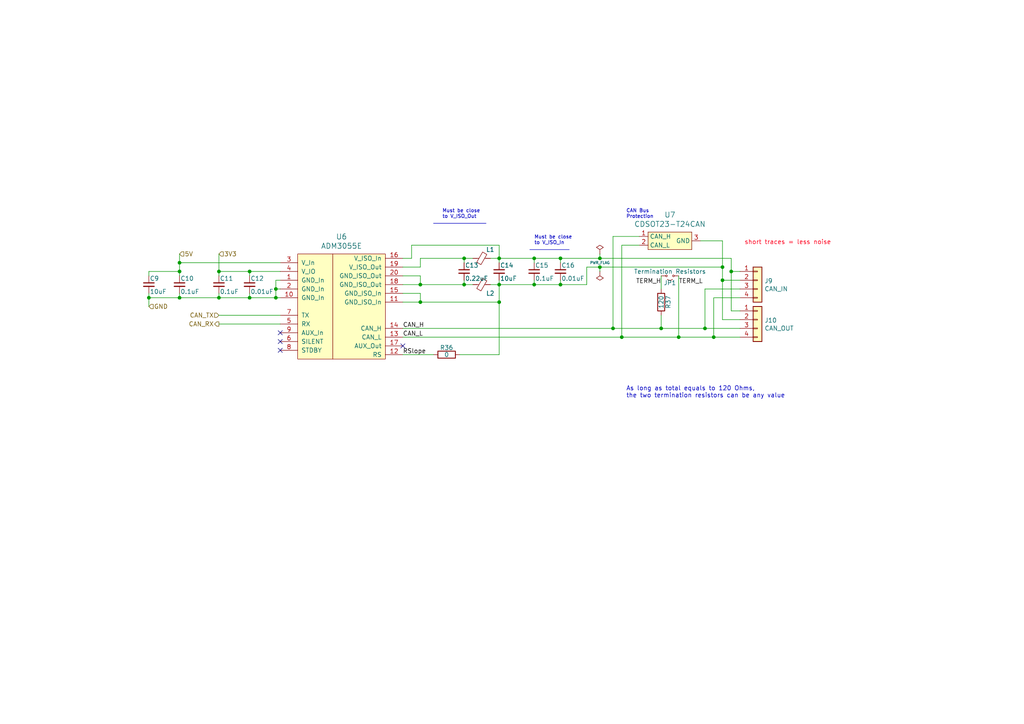
<source format=kicad_sch>
(kicad_sch (version 20231120) (generator "eeschema") (generator_version "8.0")
  (paper "A4")
  (lib_symbols
    (symbol "Connector_Generic:Conn_01x04" (pin_names (offset 1.016) hide)
      (property "Reference" "J" (at 0 5.08 0))
      (property "Value" "Conn_01x04" (at 0 -7.62 0))
      (symbol "Conn_01x04_1_1"
        (rectangle (start -1.27 -4.953) (end 0 -5.207) (stroke (width 0.1524)))
        (rectangle (start -1.27 -2.413) (end 0 -2.667) (stroke (width 0.1524)))
        (rectangle (start -1.27 0.127) (end 0 -0.127) (stroke (width 0.1524)))
        (rectangle (start -1.27 2.667) (end 0 2.413) (stroke (width 0.1524)))
        (rectangle (start -1.27 3.81) (end 1.27 -6.35) (stroke (width 0.254)) (fill (type background)))
        (pin passive line (at -5.08 2.54 0) (length 3.81) (name "Pin_1") (number "1"))
        (pin passive line (at -5.08 0 0) (length 3.81) (name "Pin_2") (number "2"))
        (pin passive line (at -5.08 -2.54 0) (length 3.81) (name "Pin_3") (number "3"))
        (pin passive line (at -5.08 -5.08 0) (length 3.81) (name "Pin_4") (number "4"))
      )
    )
    (symbol "Device:C_Small" (pin_numbers hide) (pin_names (offset 0.254) hide)
      (property "Reference" "C" (at 0.254 1.778 0))
      (property "Value" "C_Small" (at 0.254 -2.032 0))
      (symbol "C_Small_0_1"
        (polyline (pts (xy -1.524 -0.508) (xy 1.524 -0.508)) (stroke (width 0.3302)))
        (polyline (pts (xy -1.524 0.508) (xy 1.524 0.508)) (stroke (width 0.3048)))
      )
      (symbol "C_Small_1_1"
        (pin passive line (at 0 2.54 270) (length 2.032) (name "~") (number "1"))
        (pin passive line (at 0 -2.54 90) (length 2.032) (name "~") (number "2"))
      )
    )
    (symbol "Device:FerriteBead_Small" (pin_numbers hide) (pin_names (offset 0))
      (property "Reference" "FB" (at 1.905 1.27 0))
      (property "Value" "FerriteBead_Small" (at 1.905 -1.27 0))
      (symbol "FerriteBead_Small_0_1"
        (polyline (pts (xy 0 -1.27) (xy 0 -0.7874)))
        (polyline (pts (xy 0 0.889) (xy 0 1.2954)))
        (polyline (pts (xy -1.8288 0.2794) (xy -1.1176 1.4986) (xy 1.8288 -0.2032) (xy 1.1176 -1.4224) (xy -1.8288 0.2794)))
      )
      (symbol "FerriteBead_Small_1_1"
        (pin passive line (at 0 2.54 270) (length 1.27) (name "~") (number "1"))
        (pin passive line (at 0 -2.54 90) (length 1.27) (name "~") (number "2"))
      )
    )
    (symbol "Device:R" (pin_numbers hide) (pin_names (offset 0))
      (property "Reference" "R" (at 2.032 0 90))
      (property "Value" "R" (at 0 0 90))
      (symbol "R_0_1"
        (rectangle (start -1.016 -2.54) (end 1.016 2.54) (stroke (width 0.254)))
      )
      (symbol "R_1_1"
        (pin passive line (at 0 3.81 270) (length 1.27) (name "~") (number "1"))
        (pin passive line (at 0 -3.81 90) (length 1.27) (name "~") (number "2"))
      )
    )
    (symbol "Jumper:Jumper_2_Small_Open" (pin_numbers hide) (pin_names (offset 0) hide) (exclude_from_sim yes)
      (property "Reference" "JP" (at 0 2.794 0))
      (property "Value" "Jumper_2_Small_Open" (at 0 -2.286 0))
      (symbol "Jumper_2_Small_Open_0_0"
        (circle (center -1.016 0) (radius 0.254))
        (circle (center 1.016 0) (radius 0.254))
      )
      (symbol "Jumper_2_Small_Open_0_1"
        (arc (start 0.762 1.0196) (mid 0 1.2729) (end -0.762 1.0196))
      )
      (symbol "Jumper_2_Small_Open_1_1"
        (pin passive line (at -2.54 0 0) (length 1.27) (name "A") (number "1"))
        (pin passive line (at 2.54 0 180) (length 1.27) (name "B") (number "2"))
      )
    )
    (symbol "power:PWR_FLAG" (power) (pin_numbers hide) (pin_names (offset 0) hide)
      (property "Value" "PWR_FLAG" (at 0 3.81 0))
      (symbol "PWR_FLAG_0_0"
        (pin power_out line (at 0 0 90) (length 0) (name "~") (number "1"))
      )
      (symbol "PWR_FLAG_0_1"
        (polyline (pts (xy 0 0) (xy 0 1.27) (xy -1.016 1.905) (xy 0 2.54) (xy 1.016 1.905) (xy 0 1.27)))
      )
    )
    (symbol "utsvt-chips:ADM3055E" (pin_names (offset 1.016))
      (property "Reference" "U" (at 0 16.51 0))
      (property "Value" "ADM3055E" (at 5.08 -2.54 0))
      (symbol "ADM3055E_0_1"
        (rectangle (start -12.7 15.24) (end 12.7 -15.24) (fill (type background)))
        (polyline (pts (xy -2.54 15.24) (xy -2.54 -15.24)))
      )
      (symbol "ADM3055E_1_1"
        (pin power_in line (at -17.78 7.62 0) (length 5.08) (name "GND_In") (number "1"))
        (pin power_in line (at -17.78 2.54 0) (length 5.08) (name "GND_In") (number "10"))
        (pin power_in line (at 17.78 1.27 180) (length 5.08) (name "GND_ISO_In") (number "11"))
        (pin input line (at 17.78 -13.97 180) (length 5.08) (name "RS") (number "12"))
        (pin bidirectional line (at 17.78 -8.89 180) (length 5.08) (name "CAN_L") (number "13"))
        (pin bidirectional line (at 17.78 -6.35 180) (length 5.08) (name "CAN_H") (number "14"))
        (pin power_in line (at 17.78 3.81 180) (length 5.08) (name "GND_ISO_In") (number "15"))
        (pin power_in line (at 17.78 13.97 180) (length 5.08) (name "V_ISO_In") (number "16"))
        (pin output line (at 17.78 -11.43 180) (length 5.08) (name "AUX_Out") (number "17"))
        (pin power_out line (at 17.78 6.35 180) (length 5.08) (name "GND_ISO_Out") (number "18"))
        (pin power_out line (at 17.78 11.43 180) (length 5.08) (name "V_ISO_Out") (number "19"))
        (pin power_in line (at -17.78 5.08 0) (length 5.08) (name "GND_In") (number "2"))
        (pin power_out line (at 17.78 8.89 180) (length 5.08) (name "GND_ISO_Out") (number "20"))
        (pin power_in line (at -17.78 12.7 0) (length 5.08) (name "V_In") (number "3"))
        (pin power_in line (at -17.78 10.16 0) (length 5.08) (name "V_IO") (number "4"))
        (pin output line (at -17.78 -5.08 0) (length 5.08) (name "RX") (number "5"))
        (pin input line (at -17.78 -10.16 0) (length 5.08) (name "SILENT") (number "6"))
        (pin input line (at -17.78 -2.54 0) (length 5.08) (name "TX") (number "7"))
        (pin input line (at -17.78 -12.7 0) (length 5.08) (name "STDBY") (number "8"))
        (pin input line (at -17.78 -7.62 0) (length 5.08) (name "AUX_In") (number "9"))
      )
    )
    (symbol "utsvt-chips:CDSOT23-T24CAN"
      (property "Reference" "U" (at 0 -3.81 0))
      (property "Value" "CDSOT23-T24CAN" (at 0 3.81 0))
      (symbol "CDSOT23-T24CAN_0_1"
        (rectangle (start 6.35 2.54) (end -6.35 -2.54) (fill (type background)))
      )
      (symbol "CDSOT23-T24CAN_1_1"
        (pin passive line (at -8.89 1.27 0) (length 2.54) (name "CAN_H") (number "1"))
        (pin passive line (at -8.89 -1.27 0) (length 2.54) (name "CAN_L") (number "2"))
        (pin passive line (at 8.89 0 180) (length 2.54) (name "GND") (number "3"))
      )
    )
  )
  (junction (at 134.62 82.55))
  (junction (at 173.99 74.93))
  (junction (at 72.39 86.36))
  (junction (at 134.62 74.93))
  (junction (at 177.8 95.25))
  (junction (at 52.07 76.2))
  (junction (at 144.78 74.93))
  (junction (at 121.92 87.63))
  (junction (at 154.94 74.93))
  (junction (at 212.09 78.74))
  (junction (at 180.34 97.79))
  (junction (at 173.99 77.47))
  (junction (at 154.94 82.55))
  (junction (at 80.01 86.36))
  (junction (at 162.56 82.55))
  (junction (at 144.78 87.63))
  (junction (at 63.5 78.74))
  (junction (at 52.07 78.74))
  (junction (at 121.92 82.55))
  (junction (at 209.55 77.47))
  (junction (at 191.77 95.25))
  (junction (at 209.55 81.28))
  (junction (at 52.07 86.36))
  (junction (at 43.18 86.36))
  (junction (at 63.5 86.36))
  (junction (at 207.01 97.79))
  (junction (at 144.78 82.55))
  (junction (at 72.39 78.74))
  (junction (at 196.85 97.79))
  (junction (at 162.56 74.93))
  (junction (at 204.47 95.25))
  (junction (at 80.01 83.82))
  (no_connect (at 81.28 96.52))
  (no_connect (at 81.28 99.06))
  (no_connect (at 81.28 101.6))
  (no_connect (at 116.84 100.33))
  (wire (pts (xy 173.99 78.74) (xy 173.99 77.47)))
  (wire (pts (xy 180.34 97.79) (xy 196.85 97.79)))
  (wire (pts (xy 212.09 74.93) (xy 212.09 78.74)))
  (wire (pts (xy 121.92 74.93) (xy 134.62 74.93)))
  (wire (pts (xy 212.09 90.17) (xy 214.63 90.17)))
  (wire (pts (xy 80.01 83.82) (xy 80.01 86.36)))
  (wire (pts (xy 116.84 82.55) (xy 121.92 82.55)))
  (wire (pts (xy 173.99 74.93) (xy 212.09 74.93)))
  (wire (pts (xy 214.63 83.82) (xy 204.47 83.82)))
  (wire (pts (xy 116.84 87.63) (xy 121.92 87.63)))
  (wire (pts (xy 162.56 82.55) (xy 170.18 82.55)))
  (wire (pts (xy 209.55 92.71) (xy 214.63 92.71)))
  (wire (pts (xy 154.94 74.93) (xy 162.56 74.93)))
  (wire (pts (xy 72.39 78.74) (xy 81.28 78.74)))
  (wire (pts (xy 144.78 102.87) (xy 144.78 87.63)))
  (wire (pts (xy 173.99 74.93) (xy 173.99 73.66)))
  (wire (pts (xy 63.5 85.09) (xy 63.5 86.36)))
  (wire (pts (xy 177.8 95.25) (xy 191.77 95.25)))
  (wire (pts (xy 209.55 77.47) (xy 209.55 81.28)))
  (wire (pts (xy 162.56 74.93) (xy 173.99 74.93)))
  (wire (pts (xy 144.78 74.93) (xy 154.94 74.93)))
  (wire (pts (xy 209.55 69.85) (xy 209.55 77.47)))
  (wire (pts (xy 185.42 71.12) (xy 180.34 71.12)))
  (wire (pts (xy 214.63 81.28) (xy 209.55 81.28)))
  (wire (pts (xy 43.18 78.74) (xy 43.18 80.01)))
  (wire (pts (xy 121.92 80.01) (xy 121.92 82.55)))
  (wire (pts (xy 52.07 78.74) (xy 52.07 80.01)))
  (wire (pts (xy 144.78 82.55) (xy 154.94 82.55)))
  (wire (pts (xy 204.47 83.82) (xy 204.47 95.25)))
  (wire (pts (xy 43.18 78.74) (xy 52.07 78.74)))
  (wire (pts (xy 43.18 86.36) (xy 43.18 85.09)))
  (wire (pts (xy 170.18 82.55) (xy 170.18 77.47)))
  (wire (pts (xy 142.24 82.55) (xy 144.78 82.55)))
  (wire (pts (xy 52.07 86.36) (xy 63.5 86.36)))
  (wire (pts (xy 185.42 68.58) (xy 177.8 68.58)))
  (wire (pts (xy 214.63 78.74) (xy 212.09 78.74)))
  (wire (pts (xy 80.01 81.28) (xy 80.01 83.82)))
  (wire (pts (xy 207.01 86.36) (xy 207.01 97.79)))
  (wire (pts (xy 207.01 97.79) (xy 214.63 97.79)))
  (wire (pts (xy 80.01 86.36) (xy 81.28 86.36)))
  (wire (pts (xy 144.78 81.28) (xy 144.78 82.55)))
  (wire (pts (xy 154.94 82.55) (xy 162.56 82.55)))
  (wire (pts (xy 214.63 86.36) (xy 207.01 86.36)))
  (wire (pts (xy 154.94 81.28) (xy 154.94 82.55)))
  (wire (pts (xy 43.18 86.36) (xy 52.07 86.36)))
  (wire (pts (xy 121.92 80.01) (xy 116.84 80.01)))
  (wire (pts (xy 144.78 71.12) (xy 144.78 74.93)))
  (wire (pts (xy 52.07 73.66) (xy 52.07 76.2)))
  (wire (pts (xy 173.99 77.47) (xy 209.55 77.47)))
  (wire (pts (xy 121.92 85.09) (xy 116.84 85.09)))
  (wire (pts (xy 134.62 74.93) (xy 137.16 74.93)))
  (wire (pts (xy 72.39 86.36) (xy 80.01 86.36)))
  (wire (pts (xy 121.92 74.93) (xy 121.92 77.47)))
  (polyline (pts (xy 125.73 64.77) (xy 140.97 64.77)))
  (wire (pts (xy 134.62 82.55) (xy 137.16 82.55)))
  (wire (pts (xy 72.39 78.74) (xy 72.39 80.01)))
  (wire (pts (xy 121.92 77.47) (xy 116.84 77.47)))
  (wire (pts (xy 121.92 82.55) (xy 134.62 82.55)))
  (wire (pts (xy 63.5 80.01) (xy 63.5 78.74)))
  (wire (pts (xy 191.77 80.01) (xy 191.77 83.82)))
  (wire (pts (xy 209.55 81.28) (xy 209.55 92.71)))
  (wire (pts (xy 116.84 97.79) (xy 180.34 97.79)))
  (wire (pts (xy 162.56 76.2) (xy 162.56 74.93)))
  (wire (pts (xy 52.07 85.09) (xy 52.07 86.36)))
  (wire (pts (xy 191.77 95.25) (xy 191.77 91.44)))
  (wire (pts (xy 63.5 91.44) (xy 81.28 91.44)))
  (wire (pts (xy 203.2 69.85) (xy 209.55 69.85)))
  (wire (pts (xy 116.84 95.25) (xy 177.8 95.25)))
  (wire (pts (xy 119.38 71.12) (xy 144.78 71.12)))
  (wire (pts (xy 63.5 93.98) (xy 81.28 93.98)))
  (polyline (pts (xy 153.67 72.39) (xy 165.1 72.39)))
  (wire (pts (xy 125.73 102.87) (xy 116.84 102.87)))
  (wire (pts (xy 191.77 95.25) (xy 204.47 95.25)))
  (wire (pts (xy 43.18 86.36) (xy 43.18 88.9)))
  (wire (pts (xy 121.92 87.63) (xy 144.78 87.63)))
  (wire (pts (xy 80.01 83.82) (xy 81.28 83.82)))
  (wire (pts (xy 134.62 76.2) (xy 134.62 74.93)))
  (wire (pts (xy 119.38 71.12) (xy 119.38 74.93)))
  (wire (pts (xy 81.28 81.28) (xy 80.01 81.28)))
  (wire (pts (xy 144.78 74.93) (xy 144.78 76.2)))
  (wire (pts (xy 180.34 71.12) (xy 180.34 97.79)))
  (wire (pts (xy 144.78 82.55) (xy 144.78 87.63)))
  (wire (pts (xy 119.38 74.93) (xy 116.84 74.93)))
  (wire (pts (xy 63.5 86.36) (xy 72.39 86.36)))
  (wire (pts (xy 142.24 74.93) (xy 144.78 74.93)))
  (wire (pts (xy 133.35 102.87) (xy 144.78 102.87)))
  (wire (pts (xy 72.39 86.36) (xy 72.39 85.09)))
  (wire (pts (xy 196.85 97.79) (xy 207.01 97.79)))
  (wire (pts (xy 121.92 85.09) (xy 121.92 87.63)))
  (wire (pts (xy 63.5 78.74) (xy 72.39 78.74)))
  (wire (pts (xy 162.56 81.28) (xy 162.56 82.55)))
  (wire (pts (xy 212.09 78.74) (xy 212.09 90.17)))
  (wire (pts (xy 52.07 76.2) (xy 52.07 78.74)))
  (wire (pts (xy 52.07 76.2) (xy 81.28 76.2)))
  (wire (pts (xy 177.8 68.58) (xy 177.8 95.25)))
  (wire (pts (xy 134.62 82.55) (xy 134.62 81.28)))
  (wire (pts (xy 196.85 80.01) (xy 196.85 97.79)))
  (wire (pts (xy 154.94 76.2) (xy 154.94 74.93)))
  (wire (pts (xy 170.18 77.47) (xy 173.99 77.47)))
  (wire (pts (xy 63.5 73.66) (xy 63.5 78.74)))
  (wire (pts (xy 204.47 95.25) (xy 214.63 95.25)))
  (text "Must be close\nto V_ISO_In" (at 154.94 71.12 0) (effects (font (size 1.016 1.016)) (justify left bottom)))
  (text "CAN Bus\nProtection" (at 181.61 63.5 0) (effects (font (size 1.016 1.016)) (justify left bottom)))
  (text "short traces = less noise" (at 215.9 71.12 0) (effects (font (size 1.27 1.27)) (justify left bottom)))
  (text "As long as total equals to 120 Ohms,\nthe two termination resistors can be any value" (at 181.61 115.57 0) (effects (font (size 1.27 1.27)) (justify left bottom)))
  (text "Must be close\nto V_ISO_Out" (at 128.27 63.5 0) (effects (font (size 1.016 1.016)) (justify left bottom)))
  (label "CAN_L" (at 116.84 97.79 0))
  (label "TERM_L" (at 196.85 82.55 0))
  (label "RSlope" (at 116.84 102.87 0))
  (label "TERM_H" (at 191.77 82.55 180))
  (label "CAN_H" (at 116.84 95.25 0))
  (hierarchical_label "5V" (shape input) (at 52.07 73.66 0))
  (hierarchical_label "CAN_TX" (shape input) (at 63.5 91.44 180))
  (hierarchical_label "3V3" (shape input) (at 63.5 73.66 0))
  (hierarchical_label "GND" (shape input) (at 43.18 88.9 0))
  (hierarchical_label "CAN_RX" (shape output) (at 63.5 93.98 180))
  (symbol (lib_id "Connector_Generic:Conn_01x04") (at 219.71 92.71 0) (unit 1)
    (property "Reference" "J10" (at 221.742 92.9132 0) (effects (justify left)))
    (property "Value" "CAN_OUT" (at 221.742 95.2246 0) (effects (justify left)))
    (property "Footprint" "utsvt-conn:Molex_MicroFit3.0_1x4xP3.00mm_PolarizingPeg_Vertical" (effects (hide yes)))
    (property "Description" "Generic connector, single row, 01x04, script generated (kicad-library-utils/schlib/autogen/connector/)" (effects (hide yes)))
    (property "P/N" "436500244" (effects (hide yes)))
  )
  (symbol (lib_id "Jumper:Jumper_2_Small_Open") (at 194.31 80.01 180) (unit 1)
    (property "Reference" "JP1" (at 194.31 82.042 0))
    (property "Value" "Termination Resistors" (at 194.31 78.74 0))
    (property "Footprint" "Connector_PinHeader_2.54mm:PinHeader_1x02_P2.54mm_Vertical" (effects (hide yes)))
    (property "Datasheet" "https://www.molex.com/en-us/products/part-detail/436500215" (effects (hide yes)))
  )
  (symbol (lib_id "Device:C_Small") (at 72.39 82.55 0) (unit 1)
    (property "Reference" "C12" (at 72.644 80.772 0) (effects (justify left)))
    (property "Value" "0.01uF" (at 72.644 84.582 0) (effects (justify left)))
    (property "Footprint" "Capacitor_SMD:C_0805_2012Metric" (effects (hide yes)))
    (property "Datasheet" "https://www.mouser.com/ProductDetail/KEMET/C0805C103J5RACTU?qs=Onq5MIl0ZjiJ615hCkQQ7A%3D%3D" (effects (hide yes)))
    (property "Description" "Unpolarized capacitor, small symbol" (effects (hide yes)))
    (property "P/N" "C0805C103J5RACTU" (effects (hide yes)))
  )
  (symbol (lib_id "utsvt-chips:ADM3055E") (at 99.06 88.9 0) (unit 1)
    (property "Reference" "U6" (at 99.06 68.6562 0) (effects (font (size 1.524 1.524))))
    (property "Value" "ADM3055E" (at 99.06 71.3486 0) (effects (font (size 1.524 1.524))))
    (property "Footprint" "utsvt-ics:SOIC-20W_7.5x15.4mm_Pitch1.27mm" (effects (hide yes)))
    (property "Datasheet" "https://www.analog.com/media/en/technical-documentation/data-sheets/ADM3055E-3057E.pdf" (effects (hide yes)))
    (property "P/N" "ADM3055E" (effects (hide yes)))
  )
  (symbol (lib_id "power:PWR_FLAG") (at 173.99 73.66 0) (unit 1)
    (property "Reference" "#FLG04" (effects (hide yes)))
    (property "Value" "PWR_FLAG" (at 173.99 76.2 0) (effects (font (size 0.762 0.762))))
    (property "Description" "Special symbol for telling ERC where power comes from" (effects (hide yes)))
  )
  (symbol (lib_id "Device:C_Small") (at 162.56 78.74 0) (unit 1)
    (property "Reference" "C16" (at 162.814 76.962 0) (effects (justify left)))
    (property "Value" "0.01uF" (at 162.814 80.772 0) (effects (justify left)))
    (property "Footprint" "Capacitor_SMD:C_0805_2012Metric" (effects (hide yes)))
    (property "Datasheet" "https://www.mouser.com/ProductDetail/KEMET/C0805C103J5RACTU?qs=Onq5MIl0ZjiJ615hCkQQ7A%3D%3D" (effects (hide yes)))
    (property "Description" "Unpolarized capacitor, small symbol" (effects (hide yes)))
    (property "P/N" "C0805C103J5RACTU" (effects (hide yes)))
  )
  (symbol (lib_id "utsvt-chips:CDSOT23-T24CAN") (at 194.31 69.85 0) (unit 1)
    (property "Reference" "U7" (at 194.31 62.3062 0) (effects (font (size 1.524 1.524))))
    (property "Value" "CDSOT23-T24CAN" (at 194.31 64.9986 0) (effects (font (size 1.524 1.524))))
    (property "Footprint" "Package_TO_SOT_SMD:SOT-23-3" (effects (hide yes)))
    (property "Datasheet" "https://www.mouser.com/ProductDetail/Bourns/CDSOT23-T24CAN?qs=Z7P4xsdcg2LuAOb%2FzQ7xoQ%3D%3D&srsltid=AfmBOoo-PAeiWAfgofEpaXl2YTbs5tzVBFt4xpFaZPxBSWl1qHW5CPZ0" (effects (hide yes)))
    (property "Mouser Part Number" "652-CDSOT23-T24CAN " (effects (hide yes)))
    (property "P/N" "CDSOT23-T24CAN " (effects (hide yes)))
  )
  (symbol (lib_id "Device:R") (at 129.54 102.87 90) (unit 1)
    (property "Reference" "R36" (at 129.54 100.838 90))
    (property "Value" "0" (at 129.54 102.87 90))
    (property "Footprint" "Resistor_SMD:R_0805_2012Metric" (effects (hide yes)))
    (property "Datasheet" "https://www.mouser.in/ProductDetail/Vishay-Dale/CRCW08050000Z0EAC?qs=E3Y5ESvWgWMnvHb9ZvShmA%3D%3D" (effects (hide yes)))
    (property "Description" "Resistor" (effects (hide yes)))
    (property "Mouser Part Number" "71-CRCW08050000Z0EAC " (effects (hide yes)))
    (property "P/N" "CRCW08050000Z0EAC " (effects (hide yes)))
  )
  (symbol (lib_id "Device:C_Small") (at 43.18 82.55 0) (unit 1)
    (property "Reference" "C9" (at 43.434 80.772 0) (effects (justify left)))
    (property "Value" "10uF" (at 43.434 84.582 0) (effects (justify left)))
    (property "Footprint" "Capacitor_SMD:C_0805_2012Metric" (effects (hide yes)))
    (property "Datasheet" "https://www.mouser.com/ProductDetail/TAIYO-YUDEN/TMK212BBJ106MGHT?qs=sGAEpiMZZMsh%252B1woXyUXj6Ion9DcW8uk%2FCsbgn7gICc%3D" (effects (hide yes)))
    (property "Description" "Unpolarized capacitor, small symbol" (effects (hide yes)))
    (property "Mouser Part Number" "963-TMK212BBJ106MGHT" (effects (hide yes)))
    (property "P/N" "TMK212BBJ106MGHT" (effects (hide yes)))
  )
  (symbol (lib_id "Device:C_Small") (at 63.5 82.55 0) (unit 1)
    (property "Reference" "C11" (at 63.754 80.772 0) (effects (justify left)))
    (property "Value" "0.1uF" (at 63.754 84.582 0) (effects (justify left)))
    (property "Footprint" "Capacitor_SMD:C_0805_2012Metric" (effects (hide yes)))
    (property "Datasheet" "https://www.mouser.com/ProductDetail/KEMET/C0805C104M5RACTU?qs=VOOUd%252Bza08qHu13WgNByHQ%3D%3D" (effects (hide yes)))
    (property "Description" "Unpolarized capacitor, small symbol" (effects (hide yes)))
    (property "Mouser Part Number" "80-C0805C104M5R" (effects (hide yes)))
    (property "P/N" "C0805C104M5R" (effects (hide yes)))
  )
  (symbol (lib_id "Device:C_Small") (at 52.07 82.55 0) (unit 1)
    (property "Reference" "C10" (at 52.324 80.772 0) (effects (justify left)))
    (property "Value" "0.1uF" (at 52.324 84.582 0) (effects (justify left)))
    (property "Footprint" "Capacitor_SMD:C_0805_2012Metric" (effects (hide yes)))
    (property "Datasheet" "https://www.mouser.com/ProductDetail/KEMET/C0805C104M5RACTU?qs=VOOUd%252Bza08qHu13WgNByHQ%3D%3D" (effects (hide yes)))
    (property "Description" "Unpolarized capacitor, small symbol" (effects (hide yes)))
    (property "Mouser Part Number" "80-C0805C104M5R" (effects (hide yes)))
    (property "P/N" "C0805C104M5R" (effects (hide yes)))
  )
  (symbol (lib_id "Device:C_Small") (at 134.62 78.74 0) (unit 1)
    (property "Reference" "C13" (at 134.874 76.962 0) (effects (justify left)))
    (property "Value" "0.22uF" (at 134.874 80.772 0) (effects (justify left)))
    (property "Footprint" "Capacitor_SMD:C_0805_2012Metric" (effects (hide yes)))
    (property "Datasheet" "https://www.mouser.com/ProductDetail/KEMET/C0805C224J1RECTU?qs=55YtniHzbhA8coEmCgZh4A%3D%3D&srsltid=AfmBOope8E98p1TAxytK4MEkGo55JjU107N1pzX-xa8_vzbWYaq6BWq_" (effects (hide yes)))
    (property "Description" "Unpolarized capacitor, small symbol" (effects (hide yes)))
    (property "Mouser Part Number" "80-C0805C224J1RECTU" (effects (hide yes)))
    (property "P/N" "C0805C224J1RECTU" (effects (hide yes)))
  )
  (symbol (lib_id "Device:FerriteBead_Small") (at 139.7 82.55 270) (unit 1)
    (property "Reference" "L2" (at 140.97 85.09 90) (effects (justify left)))
    (property "Value" "1.8k" (effects (hide yes)))
    (property "Footprint" "Inductor_SMD:L_0805_2012Metric" (effects (hide yes)))
    (property "Datasheet" "https://www.mouser.com/ProductDetail/Wurth-Elektronik/742792090?qs=5twSNpOB8IB2sNFtiBxEew%3D%3D" (effects (hide yes)))
    (property "Mouser Part Number" "710-742792090" (effects (hide yes)))
    (property "P/N" " 742792090" (effects (hide yes)))
  )
  (symbol (lib_id "power:PWR_FLAG") (at 173.99 78.74 180) (unit 1)
    (property "Reference" "#FLG05" (effects (hide yes)))
    (property "Value" "PWR_FLAG" (effects (hide yes)))
    (property "Description" "Special symbol for telling ERC where power comes from" (effects (hide yes)))
  )
  (symbol (lib_id "Device:C_Small") (at 154.94 78.74 0) (unit 1)
    (property "Reference" "C15" (at 155.194 76.962 0) (effects (justify left)))
    (property "Value" "0.1uF" (at 155.194 80.772 0) (effects (justify left)))
    (property "Footprint" "Capacitor_SMD:C_0805_2012Metric" (effects (hide yes)))
    (property "Datasheet" "https://www.mouser.com/ProductDetail/KEMET/C0805C104M5RACTU?qs=VOOUd%252Bza08qHu13WgNByHQ%3D%3D" (effects (hide yes)))
    (property "Description" "Unpolarized capacitor, small symbol" (effects (hide yes)))
    (property "Mouser Part Number" "80-C0805C104M5R" (effects (hide yes)))
    (property "P/N" "C0805C104M5R" (effects (hide yes)))
  )
  (symbol (lib_id "Connector_Generic:Conn_01x04") (at 219.71 81.28 0) (unit 1)
    (property "Reference" "J9" (at 221.7166 81.4832 0) (effects (justify left)))
    (property "Value" "CAN_IN" (at 221.7166 83.7946 0) (effects (justify left)))
    (property "Footprint" "utsvt-conn:Molex_MicroFit3.0_1x4xP3.00mm_PolarizingPeg_Vertical" (effects (hide yes)))
    (property "Description" "Generic connector, single row, 01x04, script generated (kicad-library-utils/schlib/autogen/connector/)" (effects (hide yes)))
    (property "P/N" "436500244" (effects (hide yes)))
  )
  (symbol (lib_id "Device:C_Small") (at 144.78 78.74 0) (unit 1)
    (property "Reference" "C14" (at 145.034 76.962 0) (effects (justify left)))
    (property "Value" "10uF" (at 145.034 80.772 0) (effects (justify left)))
    (property "Footprint" "Capacitor_SMD:C_0805_2012Metric" (effects (hide yes)))
    (property "Datasheet" "https://www.mouser.com/ProductDetail/TAIYO-YUDEN/TMK212BBJ106MGHT?qs=sGAEpiMZZMsh%252B1woXyUXj6Ion9DcW8uk%2FCsbgn7gICc%3D" (effects (hide yes)))
    (property "Description" "Unpolarized capacitor, small symbol" (effects (hide yes)))
    (property "Mouser Part Number" "963-TMK212BBJ106MGHT" (effects (hide yes)))
    (property "P/N" "TMK212BBJ106MGHT" (effects (hide yes)))
  )
  (symbol (lib_id "Device:FerriteBead_Small") (at 139.7 74.93 270) (unit 1)
    (property "Reference" "L1" (at 140.97 72.39 90) (effects (justify left)))
    (property "Value" "1.8k" (effects (hide yes)))
    (property "Footprint" "Inductor_SMD:L_0805_2012Metric" (effects (hide yes)))
    (property "Datasheet" "https://www.mouser.com/ProductDetail/Wurth-Elektronik/742792090?qs=5twSNpOB8IB2sNFtiBxEew%3D%3D" (effects (hide yes)))
    (property "Mouser Part Number" "710-742792090" (effects (hide yes)))
    (property "P/N" " 742792090" (effects (hide yes)))
  )
  (symbol (lib_id "Device:R") (at 191.77 87.63 0) (unit 1)
    (property "Reference" "R37" (at 193.802 87.63 90))
    (property "Value" "120" (at 191.77 87.63 90))
    (property "Footprint" "Resistor_SMD:R_0805_2012Metric" (effects (hide yes)))
    (property "Datasheet" "https://www.mouser.com/ProductDetail/71-CRCW0805120RFKEA" (effects (hide yes)))
    (property "Description" "Resistor" (effects (hide yes)))
    (property "P/N" "CRCW0805120RFKEA" (effects (hide yes)))
  )
)
</source>
